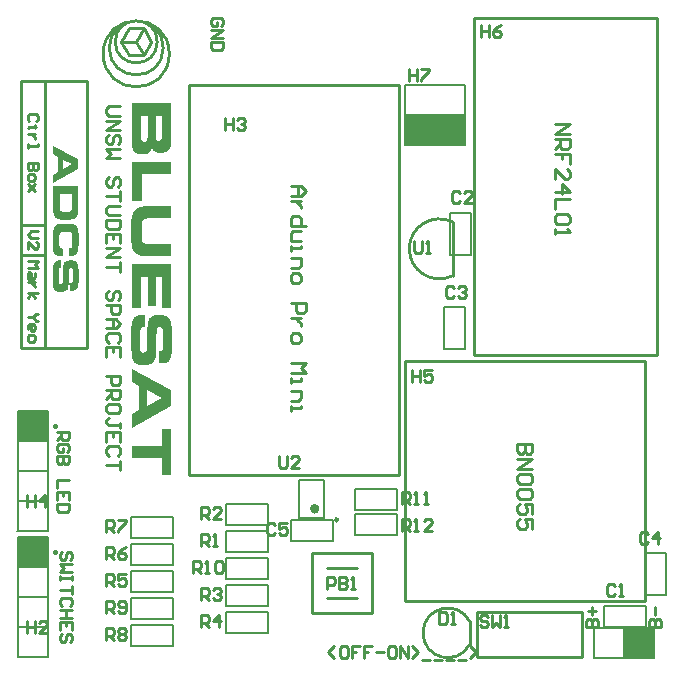
<source format=gto>
G04 Layer_Color=65535*
%FSLAX25Y25*%
%MOIN*%
G70*
G01*
G75*
%ADD14C,0.01000*%
%ADD23C,0.00984*%
%ADD24C,0.01575*%
%ADD25C,0.00800*%
%ADD26C,0.00500*%
%ADD27C,0.00787*%
%ADD28R,0.10000X0.09962*%
%ADD29R,0.09962X0.10000*%
G36*
X52715Y174316D02*
Y173879D01*
X52683Y173473D01*
X52652Y173114D01*
X52621Y172817D01*
X52605Y172676D01*
X52590Y172551D01*
X52574Y172458D01*
X52558Y172364D01*
X52543Y172301D01*
Y172254D01*
X52527Y172223D01*
Y172207D01*
X52449Y171879D01*
X52371Y171583D01*
X52262Y171333D01*
X52168Y171114D01*
X52090Y170942D01*
X52012Y170817D01*
X51965Y170739D01*
X51949Y170708D01*
X51793Y170489D01*
X51605Y170302D01*
X51434Y170146D01*
X51262Y170021D01*
X51106Y169927D01*
X50981Y169864D01*
X50903Y169818D01*
X50887Y169802D01*
X50871D01*
X50621Y169708D01*
X50340Y169630D01*
X50075Y169583D01*
X49809Y169536D01*
X49591Y169521D01*
X49403Y169505D01*
X48935D01*
X48669Y169536D01*
X48435Y169552D01*
X48232Y169583D01*
X48075Y169615D01*
X47950Y169630D01*
X47888Y169661D01*
X47857D01*
X47669Y169724D01*
X47497Y169786D01*
X47357Y169849D01*
X47232Y169911D01*
X47123Y169974D01*
X47060Y170021D01*
X47013Y170052D01*
X46998Y170068D01*
X46779Y170271D01*
X46623Y170474D01*
X46576Y170567D01*
X46529Y170630D01*
X46513Y170677D01*
X46498Y170692D01*
X46388Y170958D01*
X46342Y171098D01*
X46295Y171223D01*
X46264Y171317D01*
X46232Y171395D01*
X46217Y171458D01*
Y171473D01*
X46154D01*
X46123Y171239D01*
X46076Y171005D01*
X46014Y170802D01*
X45951Y170614D01*
X45873Y170442D01*
X45795Y170302D01*
X45717Y170161D01*
X45639Y170036D01*
X45498Y169849D01*
X45373Y169708D01*
X45279Y169630D01*
X45264Y169599D01*
X45248D01*
X45108Y169505D01*
X44936Y169412D01*
X44576Y169271D01*
X44202Y169177D01*
X43842Y169099D01*
X43514Y169068D01*
X43374Y169052D01*
X43249D01*
X43139Y169037D01*
X42999D01*
X42608Y169052D01*
X42265Y169083D01*
X41952Y169130D01*
X41702Y169193D01*
X41499Y169255D01*
X41343Y169302D01*
X41249Y169334D01*
X41234Y169349D01*
X41218D01*
X40968Y169474D01*
X40765Y169599D01*
X40578Y169740D01*
X40422Y169880D01*
X40297Y170005D01*
X40218Y170099D01*
X40156Y170161D01*
X40140Y170193D01*
X40016Y170396D01*
X39906Y170614D01*
X39812Y170833D01*
X39750Y171036D01*
X39687Y171208D01*
X39656Y171348D01*
X39625Y171442D01*
Y171458D01*
Y171473D01*
X39547Y172036D01*
X39531Y172301D01*
X39516Y172551D01*
X39500Y172770D01*
Y172926D01*
Y172988D01*
Y173035D01*
Y173067D01*
Y173082D01*
Y186000D01*
X52715D01*
Y174316D01*
D02*
G37*
G36*
X43827Y111383D02*
X43639D01*
X43468Y111368D01*
X43327Y111352D01*
X43202Y111321D01*
X43108Y111305D01*
X43046Y111290D01*
X42999Y111274D01*
X42983D01*
X42780Y111180D01*
X42640Y111071D01*
X42562Y110977D01*
X42530Y110961D01*
Y110946D01*
X42437Y110774D01*
X42374Y110587D01*
X42358Y110509D01*
Y110446D01*
X42343Y110415D01*
Y110399D01*
X42327Y110134D01*
X42312Y109899D01*
Y109790D01*
Y109712D01*
Y109649D01*
Y109634D01*
Y104667D01*
Y104432D01*
X42327Y104229D01*
Y104151D01*
Y104089D01*
Y104058D01*
Y104042D01*
X42358Y103823D01*
X42405Y103636D01*
X42437Y103573D01*
X42452Y103526D01*
X42468Y103495D01*
Y103480D01*
X42577Y103308D01*
X42687Y103183D01*
X42780Y103120D01*
X42796Y103089D01*
X42811D01*
X42905Y103042D01*
X42999Y102995D01*
X43202Y102948D01*
X43280Y102933D01*
X43577D01*
X43717Y102964D01*
X43827Y102980D01*
X43920Y103011D01*
X43999Y103042D01*
X44045Y103058D01*
X44077Y103089D01*
X44092D01*
X44186Y103167D01*
X44264Y103277D01*
X44327Y103386D01*
X44373Y103511D01*
X44420Y103636D01*
X44451Y103729D01*
X44467Y103792D01*
Y103823D01*
X44514Y104058D01*
X44545Y104339D01*
X44576Y104620D01*
X44592Y104901D01*
X44608Y105151D01*
Y105260D01*
X44623Y105354D01*
Y105432D01*
Y105494D01*
Y105526D01*
Y105541D01*
Y105760D01*
X44639Y105994D01*
Y106510D01*
X44655Y107025D01*
Y107510D01*
Y107744D01*
Y107963D01*
Y108150D01*
Y108306D01*
Y108447D01*
Y108540D01*
Y108618D01*
Y108634D01*
Y109056D01*
Y109446D01*
X44670Y109821D01*
X44686Y110180D01*
Y110493D01*
X44701Y110805D01*
X44717Y111071D01*
X44733Y111321D01*
X44748Y111539D01*
X44764Y111742D01*
X44780Y111899D01*
Y112039D01*
X44795Y112149D01*
X44811Y112227D01*
Y112274D01*
Y112289D01*
X44889Y112758D01*
X44983Y113180D01*
X45076Y113523D01*
X45123Y113679D01*
X45186Y113820D01*
X45232Y113929D01*
X45279Y114039D01*
X45311Y114132D01*
X45342Y114210D01*
X45373Y114257D01*
X45404Y114304D01*
X45420Y114320D01*
Y114335D01*
X45592Y114570D01*
X45795Y114773D01*
X45998Y114929D01*
X46185Y115054D01*
X46357Y115132D01*
X46498Y115194D01*
X46591Y115226D01*
X46607Y115241D01*
X46623D01*
X46935Y115304D01*
X47263Y115351D01*
X47607Y115382D01*
X47919Y115398D01*
X48200Y115413D01*
X48310Y115429D01*
X48950D01*
X49262Y115413D01*
X49544Y115398D01*
X49794Y115366D01*
X49997Y115351D01*
X50153Y115335D01*
X50215D01*
X50262Y115320D01*
X50293D01*
X50575Y115257D01*
X50840Y115179D01*
X51059Y115070D01*
X51262Y114960D01*
X51418Y114866D01*
X51543Y114773D01*
X51605Y114710D01*
X51637Y114695D01*
X51840Y114476D01*
X52012Y114226D01*
X52168Y113961D01*
X52293Y113711D01*
X52386Y113476D01*
X52433Y113367D01*
X52465Y113273D01*
X52496Y113211D01*
X52512Y113148D01*
X52527Y113117D01*
Y113101D01*
X52590Y112883D01*
X52636Y112664D01*
X52730Y112180D01*
X52793Y111680D01*
X52824Y111196D01*
X52839Y110977D01*
X52855Y110774D01*
Y110587D01*
X52871Y110415D01*
Y110290D01*
Y110180D01*
Y110118D01*
Y110102D01*
Y104432D01*
Y104120D01*
X52855Y103808D01*
X52839Y103526D01*
X52824Y103261D01*
X52808Y103011D01*
X52777Y102792D01*
X52746Y102574D01*
X52730Y102386D01*
X52699Y102230D01*
X52668Y102074D01*
X52636Y101949D01*
X52621Y101855D01*
X52605Y101777D01*
X52590Y101715D01*
X52574Y101683D01*
Y101668D01*
X52465Y101308D01*
X52324Y100996D01*
X52199Y100730D01*
X52074Y100527D01*
X51949Y100356D01*
X51855Y100231D01*
X51793Y100168D01*
X51777Y100137D01*
X51574Y99949D01*
X51371Y99809D01*
X51168Y99684D01*
X50965Y99606D01*
X50793Y99543D01*
X50668Y99496D01*
X50575Y99465D01*
X50543D01*
X50278Y99418D01*
X49997Y99371D01*
X49731Y99340D01*
X49497Y99325D01*
X49278Y99309D01*
X48544D01*
Y103370D01*
X48794D01*
X48888Y103386D01*
X48981D01*
X49059Y103401D01*
X49106D01*
X49137Y103417D01*
X49153D01*
X49325Y103480D01*
X49466Y103558D01*
X49544Y103636D01*
X49575Y103651D01*
Y103667D01*
X49637Y103745D01*
X49684Y103839D01*
X49762Y104026D01*
X49794Y104120D01*
X49809Y104198D01*
X49825Y104245D01*
Y104261D01*
X49856Y104417D01*
X49887Y104589D01*
X49903Y104776D01*
Y104948D01*
X49918Y105104D01*
Y105245D01*
Y105323D01*
Y105338D01*
Y105354D01*
Y109837D01*
X49903Y110087D01*
X49887Y110306D01*
X49840Y110509D01*
X49794Y110665D01*
X49747Y110790D01*
X49716Y110883D01*
X49684Y110946D01*
X49669Y110961D01*
X49559Y111102D01*
X49434Y111196D01*
X49309Y111274D01*
X49184Y111321D01*
X49075Y111352D01*
X48981Y111368D01*
X48731D01*
X48591Y111352D01*
X48482Y111321D01*
X48388Y111290D01*
X48310Y111274D01*
X48247Y111243D01*
X48216Y111227D01*
X48200D01*
X48122Y111165D01*
X48044Y111071D01*
X47935Y110852D01*
X47904Y110758D01*
X47872Y110665D01*
X47857Y110602D01*
Y110587D01*
X47826Y110368D01*
X47794Y110134D01*
X47763Y109899D01*
X47747Y109665D01*
Y109446D01*
X47732Y109275D01*
Y109212D01*
Y109165D01*
Y109134D01*
Y109118D01*
Y108931D01*
Y108728D01*
X47716Y108306D01*
Y107884D01*
Y107478D01*
Y107275D01*
Y107103D01*
Y106947D01*
Y106807D01*
Y106697D01*
Y106619D01*
Y106557D01*
Y106541D01*
Y106104D01*
Y105698D01*
X47701Y105307D01*
Y104948D01*
X47685Y104604D01*
Y104276D01*
X47669Y103979D01*
X47654Y103714D01*
X47638Y103480D01*
Y103277D01*
X47622Y103089D01*
X47607Y102933D01*
Y102823D01*
X47591Y102730D01*
Y102683D01*
Y102667D01*
X47560Y102386D01*
X47544Y102136D01*
X47497Y101886D01*
X47466Y101652D01*
X47419Y101449D01*
X47372Y101246D01*
X47326Y101074D01*
X47279Y100918D01*
X47232Y100762D01*
X47185Y100637D01*
X47154Y100543D01*
X47123Y100449D01*
X47091Y100387D01*
X47060Y100340D01*
X47045Y100309D01*
Y100293D01*
X46857Y99996D01*
X46654Y99746D01*
X46451Y99543D01*
X46248Y99371D01*
X46060Y99262D01*
X45904Y99168D01*
X45842Y99137D01*
X45795Y99122D01*
X45779Y99106D01*
X45764D01*
X45436Y98997D01*
X45061Y98903D01*
X44686Y98840D01*
X44327Y98809D01*
X44155Y98794D01*
X43999Y98778D01*
X43858D01*
X43733Y98762D01*
X43499D01*
X43014Y98778D01*
X42593Y98809D01*
X42233Y98856D01*
X42062Y98872D01*
X41921Y98903D01*
X41780Y98934D01*
X41671Y98950D01*
X41578Y98981D01*
X41499Y98997D01*
X41421Y99012D01*
X41374Y99028D01*
X41359Y99044D01*
X41343D01*
X41062Y99168D01*
X40797Y99325D01*
X40593Y99481D01*
X40406Y99653D01*
X40265Y99809D01*
X40156Y99934D01*
X40094Y100028D01*
X40078Y100043D01*
Y100059D01*
X39922Y100356D01*
X39797Y100668D01*
X39703Y101012D01*
X39625Y101324D01*
X39562Y101621D01*
X39547Y101746D01*
X39531Y101839D01*
X39516Y101933D01*
X39500Y101996D01*
Y102042D01*
Y102058D01*
X39469Y102308D01*
X39453Y102574D01*
X39422Y103120D01*
X39391Y103667D01*
X39375Y104198D01*
Y104432D01*
Y104667D01*
X39359Y104854D01*
Y105026D01*
Y105166D01*
Y105276D01*
Y105338D01*
Y105370D01*
Y110274D01*
Y110774D01*
X39375Y111227D01*
X39406Y111633D01*
X39422Y111821D01*
X39437Y111977D01*
Y112133D01*
X39453Y112258D01*
X39469Y112383D01*
X39484Y112477D01*
Y112555D01*
X39500Y112602D01*
Y112633D01*
Y112648D01*
X39562Y112992D01*
X39656Y113320D01*
X39750Y113586D01*
X39828Y113820D01*
X39922Y114007D01*
X39984Y114148D01*
X40031Y114226D01*
X40047Y114257D01*
X40218Y114476D01*
X40390Y114648D01*
X40578Y114804D01*
X40750Y114945D01*
X40906Y115038D01*
X41031Y115101D01*
X41109Y115148D01*
X41140Y115163D01*
X41421Y115257D01*
X41702Y115320D01*
X41999Y115382D01*
X42280Y115413D01*
X42530Y115429D01*
X42640D01*
X42733Y115445D01*
X43827D01*
Y111383D01*
D02*
G37*
G36*
X52715Y162554D02*
X42889D01*
Y153448D01*
X39500D01*
Y166616D01*
X52715D01*
Y162554D01*
D02*
G37*
G36*
Y117881D02*
X49653D01*
Y128284D01*
X47529D01*
Y118428D01*
X44795D01*
Y128284D01*
X42671D01*
Y117647D01*
X39500D01*
Y132345D01*
X52715D01*
Y117881D01*
D02*
G37*
G36*
Y147669D02*
X44842D01*
X44639Y147653D01*
X44436Y147622D01*
X44264Y147590D01*
X44092Y147559D01*
X43952Y147512D01*
X43702Y147419D01*
X43514Y147325D01*
X43389Y147247D01*
X43311Y147184D01*
X43280Y147169D01*
X43186Y147059D01*
X43108Y146950D01*
X42968Y146685D01*
X42874Y146388D01*
X42811Y146107D01*
X42780Y145841D01*
X42765Y145716D01*
Y145622D01*
X42749Y145529D01*
Y145466D01*
Y145435D01*
Y145419D01*
Y141389D01*
Y141171D01*
X42765Y140952D01*
X42796Y140764D01*
X42827Y140593D01*
X42874Y140436D01*
X42921Y140296D01*
X43014Y140046D01*
X43108Y139874D01*
X43202Y139734D01*
X43264Y139671D01*
X43280Y139640D01*
X43389Y139546D01*
X43514Y139468D01*
X43780Y139343D01*
X44077Y139249D01*
X44373Y139187D01*
X44655Y139156D01*
X44764Y139140D01*
X44873Y139124D01*
X52715D01*
Y135063D01*
X44202D01*
X43749Y135079D01*
X43327Y135126D01*
X42936Y135188D01*
X42577Y135266D01*
X42249Y135360D01*
X41952Y135485D01*
X41671Y135594D01*
X41437Y135719D01*
X41218Y135844D01*
X41031Y135953D01*
X40890Y136063D01*
X40750Y136172D01*
X40656Y136250D01*
X40593Y136313D01*
X40547Y136360D01*
X40531Y136375D01*
X40328Y136641D01*
X40140Y136922D01*
X39984Y137250D01*
X39859Y137578D01*
X39734Y137906D01*
X39641Y138250D01*
X39562Y138593D01*
X39500Y138921D01*
X39453Y139249D01*
X39422Y139546D01*
X39391Y139812D01*
X39375Y140046D01*
Y140233D01*
X39359Y140374D01*
Y140468D01*
Y140483D01*
Y140499D01*
Y146310D01*
X39375Y146825D01*
X39406Y147294D01*
X39469Y147731D01*
X39547Y148137D01*
X39625Y148512D01*
X39734Y148856D01*
X39844Y149152D01*
X39953Y149418D01*
X40062Y149668D01*
X40156Y149871D01*
X40265Y150043D01*
X40343Y150183D01*
X40422Y150293D01*
X40484Y150371D01*
X40515Y150418D01*
X40531Y150433D01*
X40765Y150668D01*
X41031Y150855D01*
X41312Y151027D01*
X41609Y151183D01*
X41906Y151308D01*
X42218Y151417D01*
X42515Y151495D01*
X42811Y151574D01*
X43093Y151620D01*
X43358Y151667D01*
X43592Y151683D01*
X43795Y151714D01*
X43967D01*
X44092Y151730D01*
X52715D01*
Y147669D01*
D02*
G37*
G36*
X16058Y131112D02*
X15940D01*
X15832Y131102D01*
X15744Y131092D01*
X15665Y131072D01*
X15606Y131062D01*
X15566Y131052D01*
X15537Y131043D01*
X15527D01*
X15399Y130984D01*
X15311Y130915D01*
X15261Y130856D01*
X15242Y130846D01*
Y130836D01*
X15183Y130728D01*
X15143Y130610D01*
X15134Y130560D01*
Y130521D01*
X15124Y130501D01*
Y130492D01*
X15114Y130324D01*
X15104Y130177D01*
Y130108D01*
Y130059D01*
Y130019D01*
Y130009D01*
Y126880D01*
Y126733D01*
X15114Y126605D01*
Y126556D01*
Y126516D01*
Y126497D01*
Y126487D01*
X15134Y126349D01*
X15163Y126231D01*
X15183Y126191D01*
X15192Y126162D01*
X15202Y126142D01*
Y126132D01*
X15271Y126024D01*
X15340Y125945D01*
X15399Y125906D01*
X15409Y125886D01*
X15419D01*
X15478Y125857D01*
X15537Y125827D01*
X15665Y125798D01*
X15714Y125788D01*
X15901D01*
X15990Y125808D01*
X16058Y125818D01*
X16117Y125837D01*
X16167Y125857D01*
X16196Y125867D01*
X16216Y125886D01*
X16226D01*
X16285Y125936D01*
X16334Y126005D01*
X16373Y126073D01*
X16403Y126152D01*
X16432Y126231D01*
X16452Y126290D01*
X16462Y126329D01*
Y126349D01*
X16491Y126497D01*
X16511Y126674D01*
X16531Y126851D01*
X16541Y127028D01*
X16550Y127185D01*
Y127254D01*
X16560Y127313D01*
Y127362D01*
Y127402D01*
Y127421D01*
Y127431D01*
Y127569D01*
X16570Y127717D01*
Y128041D01*
X16580Y128366D01*
Y128671D01*
Y128819D01*
Y128956D01*
Y129075D01*
Y129173D01*
Y129262D01*
Y129321D01*
Y129370D01*
Y129380D01*
Y129645D01*
Y129891D01*
X16590Y130128D01*
X16600Y130354D01*
Y130551D01*
X16610Y130747D01*
X16619Y130915D01*
X16629Y131072D01*
X16639Y131210D01*
X16649Y131338D01*
X16659Y131436D01*
Y131525D01*
X16669Y131594D01*
X16678Y131643D01*
Y131672D01*
Y131682D01*
X16728Y131977D01*
X16787Y132243D01*
X16846Y132460D01*
X16875Y132558D01*
X16915Y132647D01*
X16944Y132715D01*
X16974Y132784D01*
X16993Y132843D01*
X17013Y132893D01*
X17033Y132922D01*
X17052Y132952D01*
X17062Y132961D01*
Y132971D01*
X17170Y133119D01*
X17298Y133247D01*
X17426Y133345D01*
X17544Y133424D01*
X17652Y133473D01*
X17741Y133512D01*
X17800Y133532D01*
X17810Y133542D01*
X17820D01*
X18017Y133581D01*
X18223Y133611D01*
X18440Y133631D01*
X18636Y133640D01*
X18814Y133650D01*
X18882Y133660D01*
X19286D01*
X19483Y133650D01*
X19660Y133640D01*
X19817Y133621D01*
X19945Y133611D01*
X20044Y133601D01*
X20083D01*
X20112Y133591D01*
X20132D01*
X20309Y133552D01*
X20477Y133503D01*
X20614Y133434D01*
X20742Y133365D01*
X20841Y133306D01*
X20919Y133247D01*
X20959Y133207D01*
X20978Y133198D01*
X21106Y133060D01*
X21215Y132902D01*
X21313Y132735D01*
X21392Y132578D01*
X21451Y132430D01*
X21480Y132361D01*
X21500Y132302D01*
X21520Y132263D01*
X21530Y132223D01*
X21539Y132204D01*
Y132194D01*
X21579Y132056D01*
X21608Y131918D01*
X21667Y131613D01*
X21707Y131298D01*
X21726Y130993D01*
X21736Y130856D01*
X21746Y130728D01*
Y130610D01*
X21756Y130501D01*
Y130423D01*
Y130354D01*
Y130314D01*
Y130305D01*
Y126733D01*
Y126536D01*
X21746Y126339D01*
X21736Y126162D01*
X21726Y125995D01*
X21716Y125837D01*
X21697Y125699D01*
X21677Y125562D01*
X21667Y125444D01*
X21648Y125345D01*
X21628Y125247D01*
X21608Y125168D01*
X21598Y125109D01*
X21588Y125060D01*
X21579Y125021D01*
X21569Y125001D01*
Y124991D01*
X21500Y124765D01*
X21411Y124568D01*
X21333Y124401D01*
X21254Y124273D01*
X21175Y124164D01*
X21116Y124086D01*
X21077Y124046D01*
X21067Y124027D01*
X20939Y123909D01*
X20811Y123820D01*
X20683Y123741D01*
X20555Y123692D01*
X20447Y123653D01*
X20368Y123623D01*
X20309Y123604D01*
X20290D01*
X20122Y123574D01*
X19945Y123545D01*
X19778Y123525D01*
X19630Y123515D01*
X19493Y123505D01*
X19030D01*
Y126064D01*
X19188D01*
X19247Y126073D01*
X19306D01*
X19355Y126083D01*
X19384D01*
X19404Y126093D01*
X19414D01*
X19522Y126132D01*
X19611Y126182D01*
X19660Y126231D01*
X19680Y126241D01*
Y126251D01*
X19719Y126300D01*
X19748Y126359D01*
X19798Y126477D01*
X19817Y126536D01*
X19827Y126585D01*
X19837Y126615D01*
Y126624D01*
X19857Y126723D01*
X19876Y126831D01*
X19886Y126949D01*
Y127057D01*
X19896Y127156D01*
Y127244D01*
Y127294D01*
Y127303D01*
Y127313D01*
Y130137D01*
X19886Y130295D01*
X19876Y130432D01*
X19847Y130560D01*
X19817Y130659D01*
X19788Y130738D01*
X19768Y130797D01*
X19748Y130836D01*
X19739Y130846D01*
X19670Y130934D01*
X19591Y130993D01*
X19512Y131043D01*
X19434Y131072D01*
X19365Y131092D01*
X19306Y131102D01*
X19148D01*
X19060Y131092D01*
X18991Y131072D01*
X18932Y131052D01*
X18882Y131043D01*
X18843Y131023D01*
X18823Y131013D01*
X18814D01*
X18764Y130974D01*
X18715Y130915D01*
X18646Y130777D01*
X18627Y130718D01*
X18607Y130659D01*
X18597Y130620D01*
Y130610D01*
X18577Y130472D01*
X18558Y130324D01*
X18538Y130177D01*
X18528Y130029D01*
Y129891D01*
X18518Y129783D01*
Y129744D01*
Y129714D01*
Y129694D01*
Y129685D01*
Y129567D01*
Y129439D01*
X18509Y129173D01*
Y128907D01*
Y128651D01*
Y128524D01*
Y128415D01*
Y128317D01*
Y128228D01*
Y128159D01*
Y128110D01*
Y128071D01*
Y128061D01*
Y127786D01*
Y127530D01*
X18499Y127284D01*
Y127057D01*
X18489Y126841D01*
Y126634D01*
X18479Y126447D01*
X18469Y126280D01*
X18459Y126132D01*
Y126005D01*
X18450Y125886D01*
X18440Y125788D01*
Y125719D01*
X18430Y125660D01*
Y125631D01*
Y125621D01*
X18410Y125444D01*
X18400Y125286D01*
X18371Y125129D01*
X18351Y124981D01*
X18322Y124853D01*
X18292Y124725D01*
X18263Y124617D01*
X18233Y124519D01*
X18204Y124420D01*
X18174Y124342D01*
X18154Y124283D01*
X18135Y124223D01*
X18115Y124184D01*
X18095Y124155D01*
X18086Y124135D01*
Y124125D01*
X17967Y123938D01*
X17840Y123781D01*
X17712Y123653D01*
X17584Y123545D01*
X17466Y123476D01*
X17367Y123417D01*
X17328Y123397D01*
X17298Y123387D01*
X17288Y123377D01*
X17279D01*
X17072Y123308D01*
X16836Y123249D01*
X16600Y123210D01*
X16373Y123190D01*
X16265Y123180D01*
X16167Y123171D01*
X16078D01*
X15999Y123161D01*
X15852D01*
X15547Y123171D01*
X15281Y123190D01*
X15055Y123220D01*
X14946Y123230D01*
X14858Y123249D01*
X14769Y123269D01*
X14701Y123279D01*
X14641Y123299D01*
X14592Y123308D01*
X14543Y123318D01*
X14514Y123328D01*
X14504Y123338D01*
X14494D01*
X14317Y123417D01*
X14150Y123515D01*
X14022Y123613D01*
X13904Y123722D01*
X13815Y123820D01*
X13746Y123899D01*
X13707Y123958D01*
X13697Y123968D01*
Y123977D01*
X13598Y124164D01*
X13520Y124361D01*
X13461Y124578D01*
X13411Y124775D01*
X13372Y124961D01*
X13362Y125040D01*
X13352Y125099D01*
X13343Y125158D01*
X13333Y125198D01*
Y125227D01*
Y125237D01*
X13313Y125394D01*
X13303Y125562D01*
X13284Y125906D01*
X13264Y126251D01*
X13254Y126585D01*
Y126733D01*
Y126880D01*
X13244Y126998D01*
Y127107D01*
Y127195D01*
Y127264D01*
Y127303D01*
Y127323D01*
Y130413D01*
Y130728D01*
X13254Y131013D01*
X13274Y131269D01*
X13284Y131387D01*
X13293Y131485D01*
Y131584D01*
X13303Y131662D01*
X13313Y131741D01*
X13323Y131800D01*
Y131850D01*
X13333Y131879D01*
Y131899D01*
Y131909D01*
X13372Y132125D01*
X13431Y132332D01*
X13490Y132499D01*
X13539Y132647D01*
X13598Y132765D01*
X13638Y132853D01*
X13667Y132902D01*
X13677Y132922D01*
X13785Y133060D01*
X13894Y133168D01*
X14012Y133266D01*
X14120Y133355D01*
X14218Y133414D01*
X14297Y133453D01*
X14346Y133483D01*
X14366Y133493D01*
X14543Y133552D01*
X14720Y133591D01*
X14907Y133631D01*
X15084Y133650D01*
X15242Y133660D01*
X15311D01*
X15370Y133670D01*
X16058D01*
Y131112D01*
D02*
G37*
G36*
X52715Y90421D02*
Y85142D01*
X39500Y77863D01*
Y82377D01*
X41843Y83642D01*
Y91858D01*
X39500Y93045D01*
Y97575D01*
X52715Y90421D01*
D02*
G37*
G36*
X21657Y167332D02*
Y164007D01*
X13333Y159421D01*
Y162265D01*
X14809Y163062D01*
Y168238D01*
X13333Y168986D01*
Y171839D01*
X21657Y167332D01*
D02*
G37*
G36*
X52715Y61962D02*
X49434D01*
Y67647D01*
X39500D01*
Y71709D01*
X49434D01*
Y77410D01*
X52715D01*
Y61962D01*
D02*
G37*
G36*
X19060Y145901D02*
X19355Y145871D01*
X19483Y145852D01*
X19611Y145832D01*
X19719Y145812D01*
X19827Y145783D01*
X19916Y145763D01*
X19994Y145744D01*
X20073Y145724D01*
X20122Y145704D01*
X20172Y145685D01*
X20201Y145675D01*
X20221Y145665D01*
X20231D01*
X20437Y145566D01*
X20624Y145448D01*
X20782Y145330D01*
X20919Y145212D01*
X21018Y145104D01*
X21096Y145025D01*
X21136Y144966D01*
X21156Y144956D01*
Y144947D01*
X21274Y144760D01*
X21372Y144563D01*
X21461Y144366D01*
X21520Y144189D01*
X21569Y144022D01*
X21588Y143953D01*
X21598Y143904D01*
X21618Y143854D01*
Y143815D01*
X21628Y143795D01*
Y143785D01*
X21667Y143520D01*
X21707Y143254D01*
X21726Y142998D01*
X21736Y142762D01*
X21746Y142654D01*
Y142555D01*
X21756Y142467D01*
Y142398D01*
Y142329D01*
Y142290D01*
Y142260D01*
Y142250D01*
Y139239D01*
Y138993D01*
X21746Y138757D01*
X21736Y138541D01*
X21726Y138334D01*
X21716Y138137D01*
X21707Y137960D01*
X21687Y137803D01*
X21677Y137655D01*
X21657Y137517D01*
X21638Y137399D01*
X21628Y137301D01*
X21618Y137222D01*
X21608Y137163D01*
X21598Y137114D01*
X21588Y137084D01*
Y137074D01*
X21520Y136789D01*
X21441Y136533D01*
X21352Y136327D01*
X21264Y136150D01*
X21185Y136012D01*
X21116Y135913D01*
X21077Y135854D01*
X21057Y135835D01*
X20910Y135687D01*
X20752Y135559D01*
X20595Y135471D01*
X20437Y135392D01*
X20300Y135333D01*
X20191Y135303D01*
X20152Y135284D01*
X20122D01*
X20103Y135274D01*
X20093D01*
X19857Y135234D01*
X19611Y135205D01*
X19365Y135175D01*
X19138Y135166D01*
X19030D01*
X18932Y135156D01*
X18617D01*
Y137714D01*
X18843D01*
X19001Y137724D01*
X19128Y137763D01*
X19237Y137812D01*
X19316Y137872D01*
X19384Y137931D01*
X19424Y137980D01*
X19443Y138019D01*
X19453Y138029D01*
X19512Y138157D01*
X19552Y138304D01*
X19581Y138452D01*
X19601Y138590D01*
X19611Y138718D01*
X19621Y138816D01*
Y138856D01*
Y138885D01*
Y138905D01*
Y138915D01*
Y141690D01*
Y141876D01*
X19601Y142034D01*
X19581Y142172D01*
X19561Y142290D01*
X19542Y142388D01*
X19522Y142457D01*
X19512Y142496D01*
X19502Y142516D01*
X19453Y142624D01*
X19404Y142723D01*
X19345Y142801D01*
X19296Y142870D01*
X19247Y142929D01*
X19207Y142969D01*
X19178Y142988D01*
X19168Y142998D01*
X19079Y143057D01*
X18991Y143106D01*
X18912Y143146D01*
X18823Y143175D01*
X18755Y143195D01*
X18696Y143215D01*
X18656Y143225D01*
X18646D01*
X18410Y143254D01*
X18292Y143274D01*
X18184D01*
X18086Y143284D01*
X16885D01*
X16737Y143274D01*
X16610Y143264D01*
X16491Y143254D01*
X16403D01*
X16334Y143244D01*
X16295Y143234D01*
X16275D01*
X16157Y143205D01*
X16058Y143175D01*
X15970Y143136D01*
X15891Y143106D01*
X15832Y143067D01*
X15793Y143047D01*
X15763Y143028D01*
X15753Y143018D01*
X15685Y142949D01*
X15626Y142880D01*
X15537Y142733D01*
X15507Y142664D01*
X15488Y142614D01*
X15468Y142575D01*
Y142565D01*
X15439Y142447D01*
X15419Y142329D01*
X15399Y142201D01*
X15389Y142093D01*
Y141985D01*
X15380Y141906D01*
Y141847D01*
Y141827D01*
Y139102D01*
Y138954D01*
X15389Y138816D01*
Y138688D01*
X15399Y138590D01*
Y138501D01*
X15409Y138442D01*
Y138403D01*
Y138393D01*
X15429Y138295D01*
X15448Y138206D01*
X15478Y138127D01*
X15507Y138058D01*
X15527Y138009D01*
X15547Y137970D01*
X15566Y137950D01*
Y137940D01*
X15616Y137881D01*
X15675Y137822D01*
X15783Y137744D01*
X15832Y137714D01*
X15871Y137694D01*
X15901Y137685D01*
X15911D01*
X15999Y137655D01*
X16098Y137635D01*
X16206Y137626D01*
X16304Y137616D01*
X16383Y137606D01*
X16521D01*
Y135047D01*
X15744D01*
X15547Y135057D01*
X15370Y135067D01*
X15202Y135087D01*
X15055Y135107D01*
X14927Y135136D01*
X14838Y135156D01*
X14779Y135166D01*
X14769Y135175D01*
X14760D01*
X14592Y135225D01*
X14445Y135293D01*
X14307Y135372D01*
X14189Y135441D01*
X14100Y135520D01*
X14022Y135569D01*
X13982Y135608D01*
X13962Y135628D01*
X13844Y135766D01*
X13736Y135913D01*
X13648Y136071D01*
X13569Y136218D01*
X13510Y136356D01*
X13471Y136464D01*
X13451Y136504D01*
X13441Y136533D01*
X13431Y136553D01*
Y136563D01*
X13372Y136799D01*
X13323Y137065D01*
X13293Y137320D01*
X13264Y137566D01*
Y137685D01*
X13254Y137793D01*
Y137881D01*
X13244Y137970D01*
Y138039D01*
Y138088D01*
Y138118D01*
Y138127D01*
Y142241D01*
X13254Y142555D01*
X13264Y142851D01*
X13284Y143106D01*
X13293Y143225D01*
X13303Y143333D01*
X13313Y143441D01*
X13323Y143520D01*
X13333Y143598D01*
X13343Y143667D01*
X13352Y143717D01*
X13362Y143756D01*
Y143776D01*
Y143785D01*
X13421Y144031D01*
X13490Y144258D01*
X13569Y144455D01*
X13638Y144622D01*
X13716Y144760D01*
X13776Y144858D01*
X13795Y144897D01*
X13815Y144927D01*
X13825Y144937D01*
Y144947D01*
X13962Y145114D01*
X14110Y145261D01*
X14268Y145379D01*
X14415Y145478D01*
X14553Y145566D01*
X14651Y145616D01*
X14691Y145635D01*
X14720Y145655D01*
X14740Y145665D01*
X14750D01*
X14986Y145744D01*
X15232Y145803D01*
X15478Y145852D01*
X15724Y145881D01*
X15832Y145891D01*
X15931Y145901D01*
X16019D01*
X16098Y145911D01*
X18735D01*
X19060Y145901D01*
D02*
G37*
G36*
X21657Y150723D02*
X21648Y150378D01*
X21628Y150063D01*
X21618Y149926D01*
X21608Y149788D01*
X21588Y149670D01*
X21579Y149562D01*
X21559Y149453D01*
X21539Y149365D01*
X21530Y149286D01*
X21520Y149227D01*
X21510Y149178D01*
X21500Y149138D01*
X21490Y149119D01*
Y149109D01*
X21421Y148873D01*
X21342Y148666D01*
X21264Y148479D01*
X21175Y148331D01*
X21096Y148204D01*
X21037Y148115D01*
X20998Y148066D01*
X20978Y148046D01*
X20841Y147898D01*
X20693Y147780D01*
X20546Y147682D01*
X20398Y147593D01*
X20270Y147534D01*
X20162Y147485D01*
X20132Y147475D01*
X20103Y147466D01*
X20083Y147456D01*
X20073D01*
X19857Y147397D01*
X19630Y147347D01*
X19414Y147318D01*
X19207Y147288D01*
X19030Y147279D01*
X18951D01*
X18882Y147269D01*
X16226D01*
X15950Y147279D01*
X15694Y147298D01*
X15468Y147328D01*
X15281Y147357D01*
X15192Y147377D01*
X15124Y147397D01*
X15055Y147416D01*
X15006Y147426D01*
X14966Y147436D01*
X14937Y147446D01*
X14917Y147456D01*
X14907D01*
X14710Y147534D01*
X14533Y147623D01*
X14376Y147721D01*
X14248Y147820D01*
X14140Y147908D01*
X14071Y147977D01*
X14022Y148026D01*
X14002Y148046D01*
X13874Y148204D01*
X13776Y148381D01*
X13687Y148558D01*
X13618Y148725D01*
X13559Y148882D01*
X13539Y148942D01*
X13520Y149001D01*
X13510Y149050D01*
X13500Y149079D01*
X13490Y149099D01*
Y149109D01*
X13441Y149365D01*
X13402Y149640D01*
X13372Y149906D01*
X13352Y150162D01*
X13343Y150280D01*
Y150388D01*
Y150477D01*
X13333Y150565D01*
Y150634D01*
Y150683D01*
Y150713D01*
Y150723D01*
Y158427D01*
X21657D01*
Y150723D01*
D02*
G37*
%LPC*%
G36*
X44748Y181939D02*
X42671D01*
Y174676D01*
X42687Y174441D01*
X42702Y174238D01*
X42733Y174051D01*
X42765Y173895D01*
X42796Y173769D01*
X42827Y173691D01*
X42858Y173629D01*
Y173613D01*
X42952Y173473D01*
X43061Y173379D01*
X43186Y173301D01*
X43327Y173254D01*
X43436Y173223D01*
X43546Y173207D01*
X43639D01*
X43874Y173223D01*
X44061Y173270D01*
X44217Y173332D01*
X44342Y173410D01*
X44420Y173488D01*
X44483Y173551D01*
X44514Y173598D01*
X44530Y173613D01*
X44608Y173769D01*
X44655Y173957D01*
X44701Y174129D01*
X44717Y174301D01*
X44733Y174441D01*
X44748Y174566D01*
Y174644D01*
Y174676D01*
Y181939D01*
D02*
G37*
G36*
X49544D02*
X47482D01*
Y174769D01*
X47497Y174566D01*
X47513Y174379D01*
X47544Y174238D01*
X47591Y174113D01*
X47638Y174004D01*
X47669Y173941D01*
X47685Y173895D01*
X47701Y173879D01*
X47810Y173769D01*
X47919Y173691D01*
X48060Y173645D01*
X48185Y173598D01*
X48310Y173582D01*
X48403Y173566D01*
X48497D01*
X48700Y173582D01*
X48872Y173613D01*
X49013Y173660D01*
X49122Y173723D01*
X49200Y173785D01*
X49262Y173832D01*
X49294Y173863D01*
X49309Y173879D01*
X49387Y174004D01*
X49450Y174144D01*
X49481Y174301D01*
X49512Y174441D01*
X49528Y174566D01*
X49544Y174676D01*
Y174738D01*
Y174769D01*
Y181939D01*
D02*
G37*
G36*
X44686Y90343D02*
Y85157D01*
X49637Y87781D01*
X44686Y90343D01*
D02*
G37*
G36*
X16600Y167283D02*
Y164016D01*
X19719Y165670D01*
X16600Y167283D01*
D02*
G37*
G36*
X19591Y155869D02*
X15468D01*
Y151352D01*
Y151205D01*
X15478Y151067D01*
X15488Y150949D01*
X15507Y150850D01*
X15517Y150762D01*
X15527Y150703D01*
X15537Y150664D01*
Y150654D01*
X15566Y150546D01*
X15606Y150457D01*
X15635Y150378D01*
X15675Y150309D01*
X15714Y150250D01*
X15734Y150211D01*
X15753Y150191D01*
X15763Y150181D01*
X15832Y150122D01*
X15901Y150063D01*
X16049Y149985D01*
X16117Y149955D01*
X16167Y149935D01*
X16206Y149916D01*
X16216D01*
X16334Y149886D01*
X16462Y149866D01*
X16580Y149847D01*
X16698Y149837D01*
X16806Y149827D01*
X18243D01*
X18391Y149837D01*
X18518Y149857D01*
X18627Y149866D01*
X18705Y149886D01*
X18774Y149906D01*
X18814Y149916D01*
X18823D01*
X18932Y149955D01*
X19020Y149994D01*
X19099Y150034D01*
X19158Y150083D01*
X19207Y150122D01*
X19247Y150152D01*
X19266Y150172D01*
X19276Y150181D01*
X19335Y150250D01*
X19384Y150329D01*
X19453Y150486D01*
X19483Y150555D01*
X19502Y150604D01*
X19512Y150644D01*
Y150654D01*
X19542Y150762D01*
X19561Y150880D01*
X19571Y150998D01*
X19581Y151106D01*
X19591Y151205D01*
Y151284D01*
Y151333D01*
Y151352D01*
Y155869D01*
D02*
G37*
%LPD*%
D14*
X146472Y146444D02*
G03*
X146472Y128556I-4472J-8944D01*
G01*
X52000Y202500D02*
G03*
X52000Y202500I-11000J0D01*
G01*
X50000Y204500D02*
G03*
X50000Y204500I-9000J0D01*
G01*
X48000Y206500D02*
G03*
X48000Y206500I-7000J0D01*
G01*
X152161Y13324D02*
G03*
X152147Y5649I-7330J-3824D01*
G01*
X146472Y128556D02*
Y146444D01*
X43500Y211000D02*
X46000Y206500D01*
X43500Y202000D02*
X46000Y206500D01*
X41000D02*
X43500Y202000D01*
X38500D02*
X43500D01*
X38500Y211000D02*
X43500D01*
X41000Y206500D02*
X43500Y211000D01*
X36000Y206500D02*
X38500Y202000D01*
X36000Y206500D02*
X38500Y211000D01*
X36000Y206500D02*
X41000D01*
X24500Y104500D02*
Y193500D01*
X2500Y104500D02*
X24500D01*
X2500Y135500D02*
X10500D01*
X2500Y104500D02*
Y193500D01*
X24500D01*
X10500Y104500D02*
Y193500D01*
X2500Y145500D02*
X10500D01*
X119500Y16000D02*
Y36000D01*
X99500Y16000D02*
X119500D01*
X99500D02*
Y36000D01*
X119500D01*
X104500Y21000D02*
X114500D01*
X104500Y31000D02*
X114500D01*
X154500Y16500D02*
X189500D01*
Y1500D02*
Y16500D01*
X154500Y1500D02*
X189500D01*
X154500D02*
Y16500D01*
X152147Y5649D02*
X152161Y13324D01*
X58500Y192000D02*
X128500D01*
Y62000D02*
Y192000D01*
X58500Y62000D02*
X128500D01*
X58500D02*
Y192000D01*
X153500Y102000D02*
Y214500D01*
X214500D01*
Y102000D02*
Y214500D01*
X153500Y102000D02*
X214500D01*
X130500Y20000D02*
X210500D01*
X130500D02*
Y100000D01*
X210500D01*
Y20000D02*
Y100000D01*
X4751Y133412D02*
X8249D01*
X7083Y132246D01*
X8249Y131080D01*
X4751D01*
X7083Y129330D02*
Y128164D01*
X6500Y127581D01*
X4751D01*
Y129330D01*
X5334Y129913D01*
X5917Y129330D01*
Y127581D01*
X7083Y126415D02*
X4751D01*
X5917D01*
X6500Y125831D01*
X7083Y125248D01*
Y124665D01*
X4751Y122916D02*
X8249D01*
X5917D02*
X7083Y121166D01*
X5917Y122916D02*
X4751Y121166D01*
X8249Y115918D02*
X7666D01*
X6500Y114752D01*
X7666Y113585D01*
X8249D01*
X6500Y114752D02*
X4751D01*
Y110670D02*
Y111836D01*
X5334Y112419D01*
X6500D01*
X7083Y111836D01*
Y110670D01*
X6500Y110087D01*
X5917D01*
Y112419D01*
X4751Y108337D02*
Y107171D01*
X5334Y106588D01*
X6500D01*
X7083Y107171D01*
Y108337D01*
X6500Y108920D01*
X5334D01*
X4751Y108337D01*
X7666Y179997D02*
X8249Y180580D01*
Y181746D01*
X7666Y182329D01*
X5334D01*
X4751Y181746D01*
Y180580D01*
X5334Y179997D01*
X7666Y178247D02*
X7083D01*
Y178830D01*
Y177664D01*
Y178247D01*
X5334D01*
X4751Y177664D01*
X7083Y175915D02*
X4751D01*
X5917D01*
X6500Y175331D01*
X7083Y174748D01*
Y174165D01*
X4751Y172416D02*
Y171249D01*
Y171833D01*
X8249D01*
Y172416D01*
Y166001D02*
X4751D01*
Y164252D01*
X5334Y163669D01*
X5917D01*
X6500Y164252D01*
Y166001D01*
Y164252D01*
X7083Y163669D01*
X7666D01*
X8249Y164252D01*
Y166001D01*
X4751Y161919D02*
Y160753D01*
X5334Y160170D01*
X6500D01*
X7083Y160753D01*
Y161919D01*
X6500Y162502D01*
X5334D01*
X4751Y161919D01*
X7083Y159003D02*
X4751Y156671D01*
X5917Y157837D01*
X7083Y156671D01*
X4751Y159003D01*
X8249Y143416D02*
X5917D01*
X4751Y142249D01*
X5917Y141083D01*
X8249D01*
X4751Y137584D02*
Y139917D01*
X7083Y137584D01*
X7666D01*
X8249Y138167D01*
Y139334D01*
X7666Y139917D01*
X132000Y197499D02*
Y193500D01*
Y195499D01*
X134666D01*
Y197499D01*
Y193500D01*
X135999Y197499D02*
X138664D01*
Y196832D01*
X135999Y194167D01*
Y193500D01*
X211666Y42332D02*
X210999Y42999D01*
X209666D01*
X209000Y42332D01*
Y39666D01*
X209666Y39000D01*
X210999D01*
X211666Y39666D01*
X214998Y39000D02*
Y42999D01*
X212999Y40999D01*
X215665D01*
X31000Y16000D02*
Y19999D01*
X32999D01*
X33666Y19332D01*
Y17999D01*
X32999Y17333D01*
X31000D01*
X32333D02*
X33666Y16000D01*
X34999Y16667D02*
X35665Y16000D01*
X36998D01*
X37664Y16667D01*
Y19332D01*
X36998Y19999D01*
X35665D01*
X34999Y19332D01*
Y18666D01*
X35665Y17999D01*
X37664D01*
X31000Y7000D02*
Y10999D01*
X32999D01*
X33666Y10332D01*
Y8999D01*
X32999Y8333D01*
X31000D01*
X32333D02*
X33666Y7000D01*
X34999Y10332D02*
X35665Y10999D01*
X36998D01*
X37664Y10332D01*
Y9666D01*
X36998Y8999D01*
X37664Y8333D01*
Y7666D01*
X36998Y7000D01*
X35665D01*
X34999Y7666D01*
Y8333D01*
X35665Y8999D01*
X34999Y9666D01*
Y10332D01*
X35665Y8999D02*
X36998D01*
X200466Y25032D02*
X199799Y25699D01*
X198467D01*
X197800Y25032D01*
Y22366D01*
X198467Y21700D01*
X199799D01*
X200466Y22366D01*
X201799Y21700D02*
X203132D01*
X202465D01*
Y25699D01*
X201799Y25032D01*
X146866Y124532D02*
X146199Y125199D01*
X144867D01*
X144200Y124532D01*
Y121867D01*
X144867Y121200D01*
X146199D01*
X146866Y121867D01*
X148199Y124532D02*
X148865Y125199D01*
X150198D01*
X150865Y124532D01*
Y123866D01*
X150198Y123199D01*
X149532D01*
X150198D01*
X150865Y122533D01*
Y121867D01*
X150198Y121200D01*
X148865D01*
X148199Y121867D01*
X142000Y16499D02*
Y12500D01*
X143999D01*
X144666Y13167D01*
Y15832D01*
X143999Y16499D01*
X142000D01*
X145999Y12500D02*
X147332D01*
X146665D01*
Y16499D01*
X145999Y15832D01*
X205000Y6499D02*
Y2500D01*
Y4499D01*
X207666D01*
Y6499D01*
Y2500D01*
X208999D02*
X210332D01*
X209665D01*
Y6499D01*
X208999Y5832D01*
X4500Y13499D02*
Y9500D01*
Y11499D01*
X7166D01*
Y13499D01*
Y9500D01*
X11164D02*
X8499D01*
X11164Y12166D01*
Y12832D01*
X10498Y13499D01*
X9165D01*
X8499Y12832D01*
X4500Y55499D02*
Y51500D01*
Y53499D01*
X7166D01*
Y55499D01*
Y51500D01*
X10498D02*
Y55499D01*
X8499Y53499D01*
X11164D01*
X70500Y180999D02*
Y177000D01*
Y178999D01*
X73166D01*
Y180999D01*
Y177000D01*
X74499Y180332D02*
X75165Y180999D01*
X76498D01*
X77165Y180332D01*
Y179666D01*
X76498Y178999D01*
X75832D01*
X76498D01*
X77165Y178333D01*
Y177666D01*
X76498Y177000D01*
X75165D01*
X74499Y177666D01*
X156000Y211999D02*
Y208000D01*
Y209999D01*
X158666D01*
Y211999D01*
Y208000D01*
X162664Y211999D02*
X161332Y211332D01*
X159999Y209999D01*
Y208666D01*
X160665Y208000D01*
X161998D01*
X162664Y208666D01*
Y209333D01*
X161998Y209999D01*
X159999D01*
X62500Y20500D02*
Y24499D01*
X64499D01*
X65166Y23832D01*
Y22499D01*
X64499Y21833D01*
X62500D01*
X63833D02*
X65166Y20500D01*
X66499Y23832D02*
X67165Y24499D01*
X68498D01*
X69165Y23832D01*
Y23166D01*
X68498Y22499D01*
X67832D01*
X68498D01*
X69165Y21833D01*
Y21167D01*
X68498Y20500D01*
X67165D01*
X66499Y21167D01*
X62500Y11500D02*
Y15499D01*
X64499D01*
X65166Y14832D01*
Y13499D01*
X64499Y12833D01*
X62500D01*
X63833D02*
X65166Y11500D01*
X68498D02*
Y15499D01*
X66499Y13499D01*
X69165D01*
X31000Y25000D02*
Y28999D01*
X32999D01*
X33666Y28332D01*
Y26999D01*
X32999Y26333D01*
X31000D01*
X32333D02*
X33666Y25000D01*
X37664Y28999D02*
X34999D01*
Y26999D01*
X36332Y27666D01*
X36998D01*
X37664Y26999D01*
Y25666D01*
X36998Y25000D01*
X35665D01*
X34999Y25666D01*
X31000Y34000D02*
Y37999D01*
X32999D01*
X33666Y37332D01*
Y35999D01*
X32999Y35333D01*
X31000D01*
X32333D02*
X33666Y34000D01*
X37664Y37999D02*
X36332Y37332D01*
X34999Y35999D01*
Y34666D01*
X35665Y34000D01*
X36998D01*
X37664Y34666D01*
Y35333D01*
X36998Y35999D01*
X34999D01*
X31000Y43000D02*
Y46999D01*
X32999D01*
X33666Y46332D01*
Y44999D01*
X32999Y44333D01*
X31000D01*
X32333D02*
X33666Y43000D01*
X34999Y46999D02*
X37664D01*
Y46332D01*
X34999Y43666D01*
Y43000D01*
X158166Y14832D02*
X157499Y15499D01*
X156167D01*
X155500Y14832D01*
Y14166D01*
X156167Y13499D01*
X157499D01*
X158166Y12833D01*
Y12167D01*
X157499Y11500D01*
X156167D01*
X155500Y12167D01*
X159499Y15499D02*
Y11500D01*
X160832Y12833D01*
X162164Y11500D01*
Y15499D01*
X163497Y11500D02*
X164830D01*
X164164D01*
Y15499D01*
X163497Y14832D01*
X104500Y24000D02*
Y27999D01*
X106499D01*
X107166Y27332D01*
Y25999D01*
X106499Y25333D01*
X104500D01*
X108499Y27999D02*
Y24000D01*
X110498D01*
X111164Y24667D01*
Y25333D01*
X110498Y25999D01*
X108499D01*
X110498D01*
X111164Y26666D01*
Y27332D01*
X110498Y27999D01*
X108499D01*
X112497Y24000D02*
X113830D01*
X113164D01*
Y27999D01*
X112497Y27332D01*
X133000Y96999D02*
Y93000D01*
Y94999D01*
X135666D01*
Y96999D01*
Y93000D01*
X139664Y96999D02*
X136999D01*
Y94999D01*
X138332Y95666D01*
X138998D01*
X139664Y94999D01*
Y93666D01*
X138998Y93000D01*
X137665D01*
X136999Y93666D01*
X62500Y38500D02*
Y42499D01*
X64499D01*
X65166Y41832D01*
Y40499D01*
X64499Y39833D01*
X62500D01*
X63833D02*
X65166Y38500D01*
X66499D02*
X67832D01*
X67165D01*
Y42499D01*
X66499Y41832D01*
X62500Y47500D02*
Y51499D01*
X64499D01*
X65166Y50832D01*
Y49499D01*
X64499Y48833D01*
X62500D01*
X63833D02*
X65166Y47500D01*
X69165D02*
X66499D01*
X69165Y50166D01*
Y50832D01*
X68498Y51499D01*
X67165D01*
X66499Y50832D01*
X133500Y139999D02*
Y136667D01*
X134167Y136000D01*
X135499D01*
X136166Y136667D01*
Y139999D01*
X137499Y136000D02*
X138832D01*
X138165D01*
Y139999D01*
X137499Y139332D01*
X148966Y156032D02*
X148299Y156699D01*
X146967D01*
X146300Y156032D01*
Y153366D01*
X146967Y152700D01*
X148299D01*
X148966Y153366D01*
X152964Y152700D02*
X150299D01*
X152964Y155366D01*
Y156032D01*
X152298Y156699D01*
X150965D01*
X150299Y156032D01*
X87166Y45332D02*
X86499Y45999D01*
X85166D01*
X84500Y45332D01*
Y42666D01*
X85166Y42000D01*
X86499D01*
X87166Y42666D01*
X91164Y45999D02*
X88499D01*
Y43999D01*
X89832Y44666D01*
X90498D01*
X91164Y43999D01*
Y42666D01*
X90498Y42000D01*
X89165D01*
X88499Y42666D01*
X59750Y29500D02*
Y33499D01*
X61749D01*
X62416Y32832D01*
Y31499D01*
X61749Y30833D01*
X59750D01*
X61083D02*
X62416Y29500D01*
X63749D02*
X65082D01*
X64415D01*
Y33499D01*
X63749Y32832D01*
X67081D02*
X67747Y33499D01*
X69080D01*
X69747Y32832D01*
Y30166D01*
X69080Y29500D01*
X67747D01*
X67081Y30166D01*
Y32832D01*
X129500Y52500D02*
Y56499D01*
X131499D01*
X132166Y55832D01*
Y54499D01*
X131499Y53833D01*
X129500D01*
X130833D02*
X132166Y52500D01*
X133499D02*
X134832D01*
X134165D01*
Y56499D01*
X133499Y55832D01*
X136831Y52500D02*
X138164D01*
X137497D01*
Y56499D01*
X136831Y55832D01*
X129500Y43500D02*
Y47499D01*
X131499D01*
X132166Y46832D01*
Y45499D01*
X131499Y44833D01*
X129500D01*
X130833D02*
X132166Y43500D01*
X133499D02*
X134832D01*
X134165D01*
Y47499D01*
X133499Y46832D01*
X139497Y43500D02*
X136831D01*
X139497Y46166D01*
Y46832D01*
X138830Y47499D01*
X137497D01*
X136831Y46832D01*
X88700Y68399D02*
Y65066D01*
X89366Y64400D01*
X90699D01*
X91366Y65066D01*
Y68399D01*
X95364Y64400D02*
X92699D01*
X95364Y67066D01*
Y67732D01*
X94698Y68399D01*
X93365D01*
X92699Y67732D01*
X191001Y11500D02*
X195000D01*
Y13499D01*
X194334Y14166D01*
X193667D01*
X193001Y13499D01*
Y11500D01*
Y13499D01*
X192334Y14166D01*
X191668D01*
X191001Y13499D01*
Y11500D01*
X193001Y15499D02*
Y18165D01*
X191668Y16832D02*
X194334D01*
X18832Y33834D02*
X19499Y34501D01*
Y35834D01*
X18832Y36500D01*
X18166D01*
X17499Y35834D01*
Y34501D01*
X16833Y33834D01*
X16166D01*
X15500Y34501D01*
Y35834D01*
X16166Y36500D01*
X19499Y32501D02*
X15500D01*
X16833Y31168D01*
X15500Y29836D01*
X19499D01*
Y28503D02*
Y27170D01*
Y27836D01*
X15500D01*
Y28503D01*
Y27170D01*
X19499Y25170D02*
Y22504D01*
Y23837D01*
X15500D01*
X18832Y18506D02*
X19499Y19172D01*
Y20505D01*
X18832Y21172D01*
X16166D01*
X15500Y20505D01*
Y19172D01*
X16166Y18506D01*
X19499Y17173D02*
X15500D01*
X17499D01*
Y14507D01*
X19499D01*
X15500D01*
X19499Y10508D02*
Y13174D01*
X15500D01*
Y10508D01*
X17499Y13174D02*
Y11841D01*
X18832Y6510D02*
X19499Y7176D01*
Y8509D01*
X18832Y9176D01*
X18166D01*
X17499Y8509D01*
Y7176D01*
X16833Y6510D01*
X16166D01*
X15500Y7176D01*
Y8509D01*
X16166Y9176D01*
X14500Y76500D02*
X18499D01*
Y74501D01*
X17832Y73834D01*
X16499D01*
X15833Y74501D01*
Y76500D01*
Y75167D02*
X14500Y73834D01*
X17832Y69836D02*
X18499Y70502D01*
Y71835D01*
X17832Y72501D01*
X15167D01*
X14500Y71835D01*
Y70502D01*
X15167Y69836D01*
X16499D01*
Y71168D01*
X18499Y68503D02*
X14500D01*
Y66503D01*
X15167Y65837D01*
X15833D01*
X16499Y66503D01*
Y68503D01*
Y66503D01*
X17166Y65837D01*
X17832D01*
X18499Y66503D01*
Y68503D01*
Y60505D02*
X14500D01*
Y57839D01*
X18499Y53841D02*
Y56506D01*
X14500D01*
Y53841D01*
X16499Y56506D02*
Y55174D01*
X18499Y52508D02*
X14500D01*
Y50508D01*
X15167Y49842D01*
X17832D01*
X18499Y50508D01*
Y52508D01*
X35723Y185000D02*
X31787D01*
X31000Y184213D01*
Y182639D01*
X31787Y181851D01*
X35723D01*
X31000Y180277D02*
X35723D01*
X31000Y177129D01*
X35723D01*
X34936Y172406D02*
X35723Y173193D01*
Y174767D01*
X34936Y175554D01*
X34149D01*
X33361Y174767D01*
Y173193D01*
X32574Y172406D01*
X31787D01*
X31000Y173193D01*
Y174767D01*
X31787Y175554D01*
X35723Y170831D02*
X31000D01*
X32574Y169257D01*
X31000Y167683D01*
X35723D01*
X34936Y158237D02*
X35723Y159024D01*
Y160599D01*
X34936Y161386D01*
X34149D01*
X33361Y160599D01*
Y159024D01*
X32574Y158237D01*
X31787D01*
X31000Y159024D01*
Y160599D01*
X31787Y161386D01*
X35723Y156663D02*
Y153514D01*
Y155088D01*
X31000D01*
X35723Y151940D02*
X31787D01*
X31000Y151153D01*
Y149578D01*
X31787Y148791D01*
X35723D01*
Y147217D02*
X31000D01*
Y144855D01*
X31787Y144068D01*
X34936D01*
X35723Y144855D01*
Y147217D01*
Y139346D02*
Y142494D01*
X31000D01*
Y139346D01*
X33361Y142494D02*
Y140920D01*
X31000Y137771D02*
X35723D01*
X31000Y134623D01*
X35723D01*
Y133048D02*
Y129900D01*
Y131474D01*
X31000D01*
X34936Y120454D02*
X35723Y121241D01*
Y122815D01*
X34936Y123603D01*
X34149D01*
X33361Y122815D01*
Y121241D01*
X32574Y120454D01*
X31787D01*
X31000Y121241D01*
Y122815D01*
X31787Y123603D01*
X31000Y118880D02*
X35723D01*
Y116518D01*
X34936Y115731D01*
X33361D01*
X32574Y116518D01*
Y118880D01*
X31000Y114157D02*
X34149D01*
X35723Y112583D01*
X34149Y111008D01*
X31000D01*
X33361D01*
Y114157D01*
X34936Y106285D02*
X35723Y107072D01*
Y108647D01*
X34936Y109434D01*
X31787D01*
X31000Y108647D01*
Y107072D01*
X31787Y106285D01*
X35723Y101562D02*
Y104711D01*
X31000D01*
Y101562D01*
X33361Y104711D02*
Y103137D01*
X31000Y95265D02*
X35723D01*
Y92904D01*
X34936Y92117D01*
X33361D01*
X32574Y92904D01*
Y95265D01*
X31000Y90542D02*
X35723D01*
Y88181D01*
X34936Y87394D01*
X33361D01*
X32574Y88181D01*
Y90542D01*
Y88968D02*
X31000Y87394D01*
X35723Y83458D02*
Y85032D01*
X34936Y85820D01*
X31787D01*
X31000Y85032D01*
Y83458D01*
X31787Y82671D01*
X34936D01*
X35723Y83458D01*
Y77948D02*
Y79522D01*
Y78735D01*
X31787D01*
X31000Y79522D01*
Y80309D01*
X31787Y81097D01*
X35723Y73225D02*
Y76374D01*
X31000D01*
Y73225D01*
X33361Y76374D02*
Y74800D01*
X34936Y68502D02*
X35723Y69289D01*
Y70864D01*
X34936Y71651D01*
X31787D01*
X31000Y70864D01*
Y69289D01*
X31787Y68502D01*
X35723Y66928D02*
Y63779D01*
Y65354D01*
X31000D01*
X69332Y211834D02*
X69999Y212501D01*
Y213834D01*
X69332Y214500D01*
X66666D01*
X66000Y213834D01*
Y212501D01*
X66666Y211834D01*
X67999D01*
Y213167D01*
X66000Y210501D02*
X69999D01*
X66000Y207836D01*
X69999D01*
Y206503D02*
X66000D01*
Y204503D01*
X66666Y203837D01*
X69332D01*
X69999Y204503D01*
Y206503D01*
X212001Y11500D02*
X216000D01*
Y13499D01*
X215334Y14166D01*
X214667D01*
X214001Y13499D01*
Y11500D01*
Y13499D01*
X213334Y14166D01*
X212668D01*
X212001Y13499D01*
Y11500D01*
X214001Y15499D02*
Y18165D01*
X106999Y1000D02*
X105000Y2999D01*
X106999Y4999D01*
X110998D02*
X109665D01*
X108999Y4332D01*
Y1667D01*
X109665Y1000D01*
X110998D01*
X111664Y1667D01*
Y4332D01*
X110998Y4999D01*
X115663D02*
X112997D01*
Y2999D01*
X114330D01*
X112997D01*
Y1000D01*
X119662Y4999D02*
X116996D01*
Y2999D01*
X118329D01*
X116996D01*
Y1000D01*
X120995Y2999D02*
X123661D01*
X126993Y4999D02*
X125660D01*
X124994Y4332D01*
Y1667D01*
X125660Y1000D01*
X126993D01*
X127659Y1667D01*
Y4332D01*
X126993Y4999D01*
X128992Y1000D02*
Y4999D01*
X131658Y1000D01*
Y4999D01*
X132991Y1000D02*
X134990Y2999D01*
X132991Y4999D01*
X136323Y334D02*
X138989D01*
X140322D02*
X142988D01*
X144321D02*
X146986D01*
X148319D02*
X150985D01*
X152318Y1000D02*
X154317Y2999D01*
X152318Y4999D01*
X92500Y158500D02*
X95832D01*
X97498Y156834D01*
X95832Y155168D01*
X92500D01*
X94999D01*
Y158500D01*
X95832Y153502D02*
X92500D01*
X94166D01*
X94999Y152669D01*
X95832Y151836D01*
Y151002D01*
X97498Y145171D02*
X92500D01*
Y147670D01*
X93333Y148503D01*
X94999D01*
X95832Y147670D01*
Y145171D01*
Y143505D02*
X93333D01*
X92500Y142672D01*
Y140173D01*
X95832D01*
X92500Y138506D02*
Y136840D01*
Y137673D01*
X95832D01*
Y138506D01*
X92500Y134341D02*
X95832D01*
Y131842D01*
X94999Y131009D01*
X92500D01*
Y128510D02*
Y126844D01*
X93333Y126011D01*
X94999D01*
X95832Y126844D01*
Y128510D01*
X94999Y129343D01*
X93333D01*
X92500Y128510D01*
Y119346D02*
X97498D01*
Y116847D01*
X96665Y116014D01*
X94999D01*
X94166Y116847D01*
Y119346D01*
X95832Y114348D02*
X92500D01*
X94166D01*
X94999Y113515D01*
X95832Y112681D01*
Y111848D01*
X92500Y108516D02*
Y106850D01*
X93333Y106017D01*
X94999D01*
X95832Y106850D01*
Y108516D01*
X94999Y109349D01*
X93333D01*
X92500Y108516D01*
Y99353D02*
X97498D01*
X95832Y97686D01*
X97498Y96020D01*
X92500D01*
Y94354D02*
Y92688D01*
Y93521D01*
X95832D01*
Y94354D01*
X92500Y90189D02*
X95832D01*
Y87690D01*
X94999Y86857D01*
X92500D01*
Y85190D02*
Y83524D01*
Y84357D01*
X95832D01*
Y85190D01*
X180500Y179000D02*
X185498D01*
X180500Y175668D01*
X185498D01*
X180500Y174002D02*
X185498D01*
Y171502D01*
X184665Y170669D01*
X182999D01*
X182166Y171502D01*
Y174002D01*
Y172336D02*
X180500Y170669D01*
X185498Y165671D02*
Y169003D01*
X182999D01*
Y167337D01*
Y169003D01*
X180500D01*
Y160673D02*
Y164005D01*
X183832Y160673D01*
X184665D01*
X185498Y161506D01*
Y163172D01*
X184665Y164005D01*
X180500Y156507D02*
X185498D01*
X182999Y159007D01*
Y155674D01*
X185498Y154008D02*
X180500D01*
Y150676D01*
X184665Y149010D02*
X185498Y148177D01*
Y146511D01*
X184665Y145677D01*
X181333D01*
X180500Y146511D01*
Y148177D01*
X181333Y149010D01*
X184665D01*
X180500Y144011D02*
Y142345D01*
Y143178D01*
X185498D01*
X184665Y144011D01*
X13500Y78000D02*
Y78666D01*
X14166D01*
Y78000D01*
X13500D01*
Y36000D02*
Y36666D01*
X14166D01*
Y36000D01*
X13500D01*
X172998Y72500D02*
X168000D01*
Y70001D01*
X168833Y69168D01*
X169666D01*
X170499Y70001D01*
Y72500D01*
Y70001D01*
X171332Y69168D01*
X172165D01*
X172998Y70001D01*
Y72500D01*
X168000Y67502D02*
X172998D01*
X168000Y64169D01*
X172998D01*
Y60004D02*
Y61670D01*
X172165Y62503D01*
X168833D01*
X168000Y61670D01*
Y60004D01*
X168833Y59171D01*
X172165D01*
X172998Y60004D01*
X172165Y57505D02*
X172998Y56672D01*
Y55006D01*
X172165Y54173D01*
X168833D01*
X168000Y55006D01*
Y56672D01*
X168833Y57505D01*
X172165D01*
X172998Y49174D02*
Y52507D01*
X170499D01*
X171332Y50840D01*
Y50007D01*
X170499Y49174D01*
X168833D01*
X168000Y50007D01*
Y51673D01*
X168833Y52507D01*
X172998Y44176D02*
Y47508D01*
X170499D01*
X171332Y45842D01*
Y45009D01*
X170499Y44176D01*
X168833D01*
X168000Y45009D01*
Y46675D01*
X168833Y47508D01*
D23*
X108260Y47209D02*
G03*
X108260Y47209I-492J0D01*
G01*
D24*
X101272Y50850D02*
G03*
X101272Y50850I-787J0D01*
G01*
D25*
X140500Y172000D02*
X150500Y172000D01*
Y172000D02*
X150500Y192000D01*
X140500D02*
X150500D01*
X140500Y182000D02*
X150500D01*
X130500D02*
X140500D01*
X130500Y192000D02*
X140500D01*
X130500D02*
X130500Y172000D01*
X140500Y172000D01*
X1500Y83500D02*
X11500Y83500D01*
X11500Y43500D01*
X1500Y53500D02*
X11500D01*
X1500Y43500D02*
X1500Y83500D01*
X1500Y43500D02*
X11500D01*
X1500D02*
X11500D01*
X1400D02*
X11400D01*
X1500Y63500D02*
X11500D01*
X1500Y73500D02*
X11500D01*
X1650Y31450D02*
X11650D01*
X1650Y21450D02*
X11650D01*
X1550Y1450D02*
X11550D01*
X1650D02*
X11650D01*
X1650D02*
X11650D01*
X1650D02*
X1650Y41450D01*
X1650Y11450D02*
X11650D01*
X11650Y41450D02*
X11650Y1450D01*
X1650Y41450D02*
X11650Y41450D01*
X203500Y1000D02*
Y11000D01*
X193500Y1000D02*
Y11000D01*
X213500Y11000D02*
X213500Y1000D01*
X193500D02*
X213500D01*
X193500Y11000D02*
X213500D01*
D26*
X210500Y36000D02*
X217500Y36000D01*
X210500Y22000D02*
X217500D01*
X210500Y36000D02*
X210500Y22000D01*
X217500D02*
Y36000D01*
X71000Y9500D02*
X85000D01*
X71000Y16500D02*
X85000Y16500D01*
X71000Y9500D02*
Y16500D01*
X85000Y9500D02*
X85000Y16500D01*
X71000Y18500D02*
X71000Y25500D01*
X85000Y18500D02*
Y25500D01*
X71000Y18500D02*
X85000Y18500D01*
X71000Y25500D02*
X85000D01*
X85000Y45500D02*
X85000Y52500D01*
X71000Y45500D02*
Y52500D01*
X85000Y52500D01*
X71000Y45500D02*
X85000D01*
Y36500D02*
X85000Y43500D01*
X71000Y36500D02*
Y43500D01*
X85000Y43500D01*
X71000Y36500D02*
X85000D01*
X39200Y12000D02*
X53200D01*
X39200Y5000D02*
X53200Y5000D01*
Y12000D01*
X39200Y5000D02*
X39200Y12000D01*
Y21000D02*
X53200D01*
X39200Y14000D02*
X53200Y14000D01*
Y21000D01*
X39200Y14000D02*
X39200Y21000D01*
X39250Y30000D02*
X53250D01*
X39250Y23000D02*
X53250Y23000D01*
Y30000D01*
X39250Y23000D02*
X39250Y30000D01*
Y39000D02*
X53250D01*
X39250Y32000D02*
X53250Y32000D01*
Y39000D01*
X39250Y32000D02*
X39250Y39000D01*
Y48000D02*
X53250D01*
X39250Y41000D02*
X53250Y41000D01*
Y48000D01*
X39250Y41000D02*
X39250Y48000D01*
X150500Y104000D02*
Y118000D01*
X143500Y118000D02*
X143500Y104000D01*
X150500D01*
X143500Y118000D02*
X150500Y118000D01*
X197000Y18500D02*
X211000D01*
X197000Y11500D02*
X211000Y11500D01*
Y18500D01*
X197000Y11500D02*
X197000Y18500D01*
X145500Y135500D02*
Y149500D01*
X152500D02*
X152500Y135500D01*
X145500Y149500D02*
X152500D01*
X145500Y135500D02*
X152500Y135500D01*
X71000Y27500D02*
X71000Y34500D01*
X85000Y27500D02*
Y34500D01*
X71000Y27500D02*
X85000Y27500D01*
X71000Y34500D02*
X85000D01*
X92500Y40000D02*
X106500D01*
X92500Y47000D02*
X106500Y47000D01*
X92500Y40000D02*
Y47000D01*
X106500Y40000D02*
X106500Y47000D01*
X128000Y42000D02*
X128000Y49000D01*
X114000Y42000D02*
Y49000D01*
X128000Y49000D01*
X114000Y42000D02*
X128000D01*
Y50500D02*
X128000Y57500D01*
X114000Y50500D02*
Y57500D01*
X128000Y57500D01*
X114000Y50500D02*
X128000D01*
D27*
X103634Y47701D02*
Y60299D01*
X95366Y47701D02*
Y60299D01*
Y47701D02*
X103634D01*
X95366Y60299D02*
X103634D01*
D28*
X145500Y176981D02*
D03*
X135500D02*
D03*
X6500Y78519D02*
D03*
X6650Y36469D02*
D03*
D29*
X208519Y6000D02*
D03*
M02*

</source>
